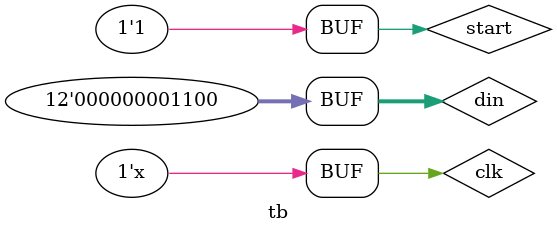
<source format=v>
`timescale 1ns / 1ps
module tb();

reg clk,start;
reg [11:0]din;
wire sclk,cs,mosi,done;

spi dut(clk,start,din,sclk,cs,mosi,done);

initial
begin
clk=1;
end

always #5 clk=~clk;

initial
begin
    start=1'b0;
    #10;
    start=1'b1;
    din= 12'h00C;
end

endmodule

</source>
